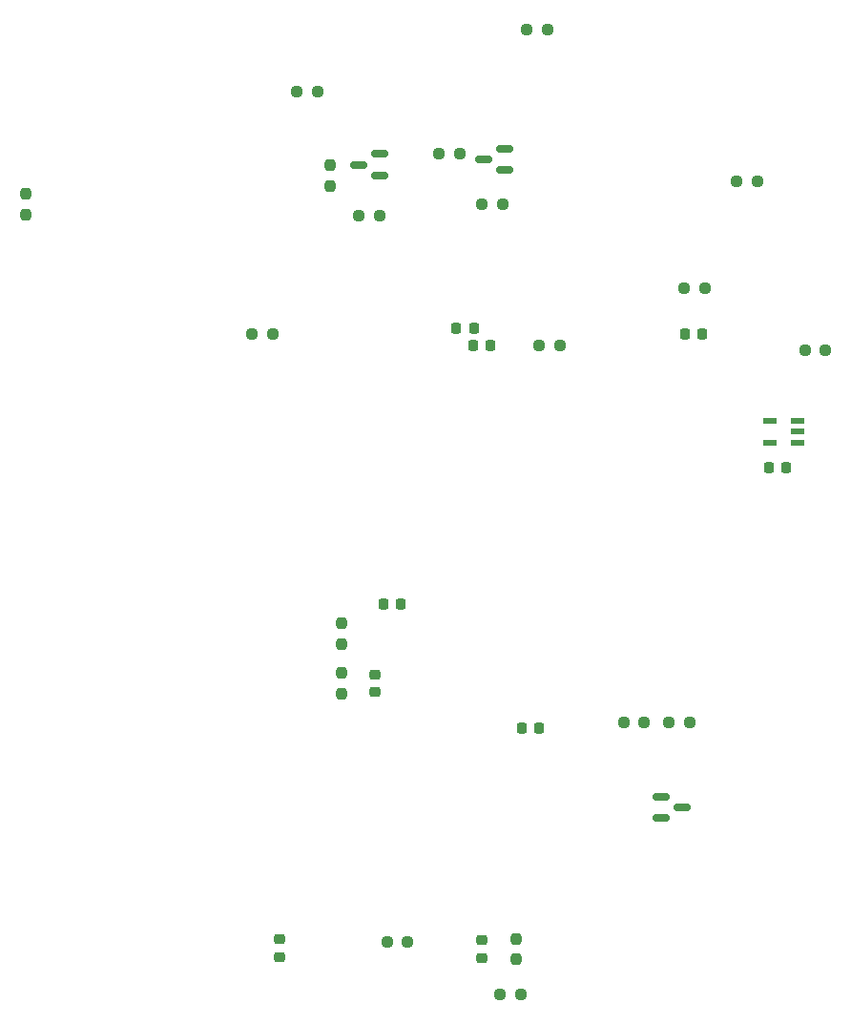
<source format=gbr>
%TF.GenerationSoftware,KiCad,Pcbnew,8.0.5*%
%TF.CreationDate,2024-11-23T08:17:22+09:00*%
%TF.ProjectId,mouse_v1,6d6f7573-655f-4763-912e-6b696361645f,rev?*%
%TF.SameCoordinates,Original*%
%TF.FileFunction,Paste,Top*%
%TF.FilePolarity,Positive*%
%FSLAX46Y46*%
G04 Gerber Fmt 4.6, Leading zero omitted, Abs format (unit mm)*
G04 Created by KiCad (PCBNEW 8.0.5) date 2024-11-23 08:17:22*
%MOMM*%
%LPD*%
G01*
G04 APERTURE LIST*
G04 Aperture macros list*
%AMRoundRect*
0 Rectangle with rounded corners*
0 $1 Rounding radius*
0 $2 $3 $4 $5 $6 $7 $8 $9 X,Y pos of 4 corners*
0 Add a 4 corners polygon primitive as box body*
4,1,4,$2,$3,$4,$5,$6,$7,$8,$9,$2,$3,0*
0 Add four circle primitives for the rounded corners*
1,1,$1+$1,$2,$3*
1,1,$1+$1,$4,$5*
1,1,$1+$1,$6,$7*
1,1,$1+$1,$8,$9*
0 Add four rect primitives between the rounded corners*
20,1,$1+$1,$2,$3,$4,$5,0*
20,1,$1+$1,$4,$5,$6,$7,0*
20,1,$1+$1,$6,$7,$8,$9,0*
20,1,$1+$1,$8,$9,$2,$3,0*%
G04 Aperture macros list end*
%ADD10RoundRect,0.150000X-0.587500X-0.150000X0.587500X-0.150000X0.587500X0.150000X-0.587500X0.150000X0*%
%ADD11RoundRect,0.237500X0.250000X0.237500X-0.250000X0.237500X-0.250000X-0.237500X0.250000X-0.237500X0*%
%ADD12RoundRect,0.237500X0.237500X-0.250000X0.237500X0.250000X-0.237500X0.250000X-0.237500X-0.250000X0*%
%ADD13RoundRect,0.237500X-0.237500X0.250000X-0.237500X-0.250000X0.237500X-0.250000X0.237500X0.250000X0*%
%ADD14RoundRect,0.237500X-0.250000X-0.237500X0.250000X-0.237500X0.250000X0.237500X-0.250000X0.237500X0*%
%ADD15R,1.250000X0.600000*%
%ADD16RoundRect,0.225000X0.250000X-0.225000X0.250000X0.225000X-0.250000X0.225000X-0.250000X-0.225000X0*%
%ADD17RoundRect,0.218750X0.218750X0.256250X-0.218750X0.256250X-0.218750X-0.256250X0.218750X-0.256250X0*%
%ADD18RoundRect,0.218750X-0.218750X-0.256250X0.218750X-0.256250X0.218750X0.256250X-0.218750X0.256250X0*%
%ADD19RoundRect,0.150000X0.587500X0.150000X-0.587500X0.150000X-0.587500X-0.150000X0.587500X-0.150000X0*%
%ADD20RoundRect,0.218750X0.256250X-0.218750X0.256250X0.218750X-0.256250X0.218750X-0.256250X-0.218750X0*%
%ADD21RoundRect,0.225000X0.225000X0.250000X-0.225000X0.250000X-0.225000X-0.250000X0.225000X-0.250000X0*%
%ADD22RoundRect,0.225000X-0.225000X-0.250000X0.225000X-0.250000X0.225000X0.250000X-0.225000X0.250000X0*%
G04 APERTURE END LIST*
D10*
%TO.C,Q9*%
X119252500Y-130590000D03*
X119252500Y-132490000D03*
X121127500Y-131540000D03*
%TD*%
D11*
%TO.C,R14*%
X84752500Y-89540000D03*
X82927500Y-89540000D03*
%TD*%
%TO.C,R8*%
X127752500Y-76040000D03*
X125927500Y-76040000D03*
%TD*%
D12*
%TO.C,R18*%
X90840000Y-121452500D03*
X90840000Y-119627500D03*
%TD*%
D13*
%TO.C,R3*%
X106340000Y-143227500D03*
X106340000Y-145052500D03*
%TD*%
D12*
%TO.C,R19*%
X90840000Y-117040000D03*
X90840000Y-115215000D03*
%TD*%
D14*
%TO.C,R15*%
X119927500Y-124040000D03*
X121752500Y-124040000D03*
%TD*%
D15*
%TO.C,IC2*%
X131385000Y-99180000D03*
X131385000Y-98230000D03*
X131385000Y-97280000D03*
X128885000Y-97280000D03*
X128885000Y-99180000D03*
%TD*%
D16*
%TO.C,C6*%
X103340000Y-144915000D03*
X103340000Y-143365000D03*
%TD*%
D17*
%TO.C,D3*%
X122915000Y-89540000D03*
X121340000Y-89540000D03*
%TD*%
D18*
%TO.C,D2*%
X106840000Y-124540000D03*
X108415000Y-124540000D03*
%TD*%
D19*
%TO.C,Q8*%
X94277500Y-75490000D03*
X94277500Y-73590000D03*
X92402500Y-74540000D03*
%TD*%
D20*
%TO.C,D1*%
X85340000Y-144827500D03*
X85340000Y-143252500D03*
%TD*%
D13*
%TO.C,R13*%
X89840000Y-74590000D03*
X89840000Y-76415000D03*
%TD*%
D21*
%TO.C,C3*%
X96115000Y-113540000D03*
X94565000Y-113540000D03*
%TD*%
D14*
%TO.C,R4*%
X108427500Y-90540000D03*
X110252500Y-90540000D03*
%TD*%
D22*
%TO.C,C5*%
X128790000Y-101420000D03*
X130340000Y-101420000D03*
%TD*%
D19*
%TO.C,Q1*%
X105340000Y-75040000D03*
X105340000Y-73140000D03*
X103465000Y-74090000D03*
%TD*%
D14*
%TO.C,R12*%
X92427500Y-79040000D03*
X94252500Y-79040000D03*
%TD*%
D11*
%TO.C,R2*%
X106752500Y-148140000D03*
X104927500Y-148140000D03*
%TD*%
D16*
%TO.C,C1*%
X93840000Y-121315000D03*
X93840000Y-119765000D03*
%TD*%
D14*
%TO.C,R9*%
X132015000Y-91040000D03*
X133840000Y-91040000D03*
%TD*%
D13*
%TO.C,R5*%
X62840000Y-77127500D03*
X62840000Y-78952500D03*
%TD*%
D11*
%TO.C,1K1*%
X123127500Y-85540000D03*
X121302500Y-85540000D03*
%TD*%
D14*
%TO.C,R11*%
X103340000Y-78040000D03*
X105165000Y-78040000D03*
%TD*%
D11*
%TO.C,R7*%
X109165000Y-62540000D03*
X107340000Y-62540000D03*
%TD*%
D14*
%TO.C,R16*%
X115927500Y-124040000D03*
X117752500Y-124040000D03*
%TD*%
D21*
%TO.C,C10*%
X102615000Y-89040000D03*
X101065000Y-89040000D03*
%TD*%
D11*
%TO.C,R10*%
X101377500Y-73590000D03*
X99552500Y-73590000D03*
%TD*%
D14*
%TO.C,R1*%
X94927500Y-143540000D03*
X96752500Y-143540000D03*
%TD*%
D21*
%TO.C,C9*%
X104115000Y-90540000D03*
X102565000Y-90540000D03*
%TD*%
D14*
%TO.C,R6*%
X86927500Y-68040000D03*
X88752500Y-68040000D03*
%TD*%
M02*

</source>
